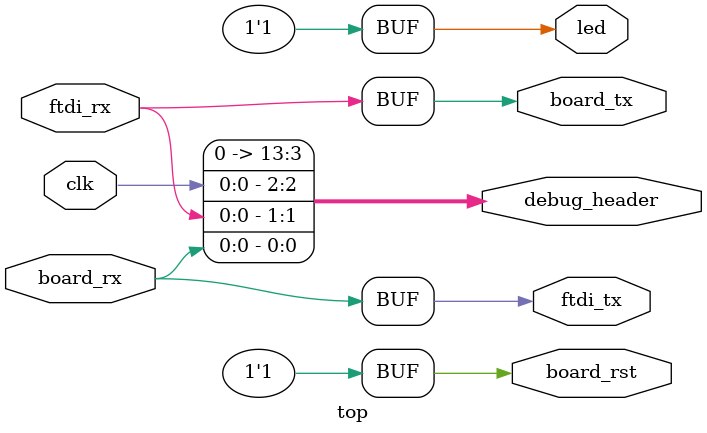
<source format=v>
module top
(
    input wire          clk,
    input wire          ftdi_rx,
    output wire         ftdi_tx,
    input wire          board_rx,
    output wire         board_tx,
    output wire         board_rst,
    output reg          led = 1'b1,
    output wire [13:0]  debug_header
);

// Combinatorial logic
assign board_tx = ftdi_rx;
assign ftdi_tx = board_rx;
assign board_rst = 1'b1;
assign debug_header = {11'd0, clk, ftdi_rx, ftdi_tx};

endmodule

</source>
